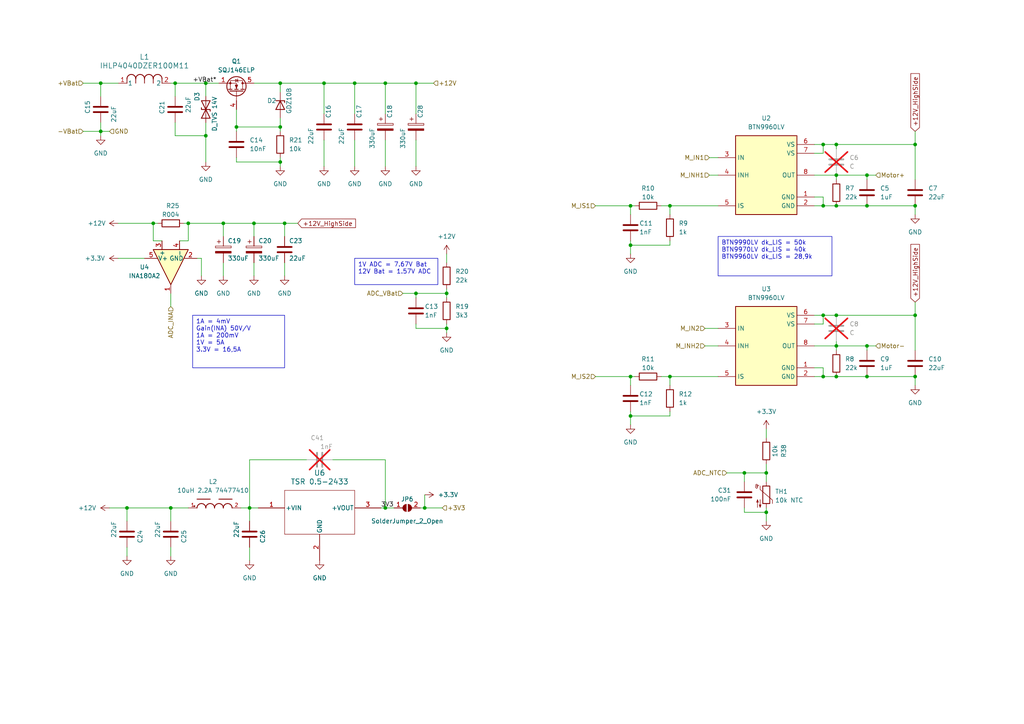
<source format=kicad_sch>
(kicad_sch (version 20230121) (generator eeschema)
  (paper "A4")
  (lib_symbols
    (symbol "Amplifier_Current:INA180A2" (pin_names (offset 0.127))
      (property "Reference" "U" (at 3.81 3.81 0))
      (property "Value" "INA180A2" (at 3.81 -2.54 0))
      (symbol "INA180A2_1_1"
        (pin output line (at 7.62 0 180) (length 2.54) (name "~") (number "1"))
        (pin power_in line (at -2.54 -7.62 90) (length 3.81) (name "GND") (number "2"))
        (pin input line (at -7.62 2.54 0) (length 2.54) (name "+") (number "3"))
        (pin input line (at -7.62 -2.54 0) (length 2.54) (name "-") (number "4"))
        (pin power_in line (at -2.54 7.62 270) (length 3.81) (name "V+") (number "5"))
      )
    )
    (symbol "BTN9960LV_1_1"
      (property "Reference" "U?" (at 0 0 0))
      (property "Value" "BTN9960LV" (at 0 -25.4 0))
      (symbol "BTN9960LV_1_1_1_0"
        (pin power_in line (at 22.86 -17.78 180) (length 5.08) (name "GND") (number "1"))
        (pin power_in line (at 22.86 -20.32 180) (length 5.08) (name "GND") (number "2"))
        (pin input line (at -5.08 -6.35 0) (length 5.08) (name "IN") (number "3"))
        (pin input line (at -5.08 -11.43 0) (length 5.08) (name "INH") (number "4"))
        (pin output line (at -5.08 -20.32 0) (length 5.08) (name "IS") (number "5"))
        (pin power_in line (at 22.86 -2.54 180) (length 5.08) (name "VS") (number "6"))
        (pin power_in line (at 22.86 -5.08 180) (length 5.08) (name "VS") (number "7"))
        (pin output line (at 22.86 -11.43 180) (length 5.08) (name "OUT") (number "8"))
      )
    )
    (symbol "BugWiper_Lib:BTN9960LV_1"
      (property "Reference" "U?" (at 0 0 0))
      (property "Value" "BTN9960LV" (at 0 -25.4 0))
      (symbol "BTN9960LV_1_1_0"
        (pin power_in line (at 22.86 -17.78 180) (length 5.08) (name "GND") (number "1"))
        (pin power_in line (at 22.86 -20.32 180) (length 5.08) (name "GND") (number "2"))
        (pin input line (at -5.08 -6.35 0) (length 5.08) (name "IN") (number "3"))
        (pin input line (at -5.08 -11.43 0) (length 5.08) (name "INH") (number "4"))
        (pin output line (at -5.08 -20.32 0) (length 5.08) (name "IS") (number "5"))
        (pin power_in line (at 22.86 -2.54 180) (length 5.08) (name "VS") (number "6"))
        (pin power_in line (at 22.86 -5.08 180) (length 5.08) (name "VS") (number "7"))
        (pin output line (at 22.86 -11.43 180) (length 5.08) (name "OUT") (number "8"))
      )
    )
    (symbol "BugWiper_Lib:IHLP4040DZER100M1A" (pin_names (offset 0.254))
      (property "Reference" "L" (at 6.985 5.08 0))
      (property "Value" "IHLP4040DZER100M1A" (at 6.985 -2.54 0))
      (symbol "IHLP4040DZER100M1A_1_1"
        (pin unspecified line (at 15.24 0 180) (length 2.54) (name "1") (number "1"))
        (pin unspecified line (at 0 0 0) (length 2.54) (name "2") (number "2"))
      )
      (symbol "IHLP4040DZER100M1A_1_2"
        (pin unspecified line (at 0 15.24 270) (length 2.54) (name "1") (number "1"))
        (pin unspecified line (at 0 0 90) (length 2.54) (name "2") (number "2"))
      )
    )
    (symbol "BugWiper_Lib:NMOS_SO-8" (pin_names (offset 0) hide)
      (property "Reference" "Q" (at 5.08 1.27 0))
      (property "Value" "NMOS_SO-8" (at 5.08 -1.27 0))
      (symbol "NMOS_SO-8_1_1"
        (pin passive line (at 2.54 -5.08 90) (length 2.54) (name "S") (number "1"))
        (pin passive line (at 2.54 -5.08 90) (length 2.54) hide (name "S") (number "2"))
        (pin passive line (at 2.54 -5.08 90) (length 2.54) hide (name "S") (number "3"))
        (pin input line (at -5.08 0 0) (length 2.54) (name "G") (number "4"))
        (pin passive line (at 2.54 5.08 270) (length 2.54) (name "D") (number "5"))
      )
    )
    (symbol "BugWiper_Lib:TSR_0.5-2433" (pin_names (offset 0.254))
      (property "Reference" "U" (at 20.32 10.16 0))
      (property "Value" "TSR 0.5-2433" (at 20.32 7.62 0))
      (symbol "TSR_0.5-2433_0_1"
        (pin power_in line (at 2.54 0 0) (length 7.62) (name "+VIN") (number "1"))
        (pin power_out line (at 20.32 -15.24 90) (length 7.62) (name "GND") (number "2"))
        (pin power_in line (at 38.1 0 180) (length 7.62) (name "+VOUT") (number "3"))
      )
    )
    (symbol "BugWiper_Lib:WE-PD2_5848" (pin_names (offset 1.016))
      (property "Reference" "L" (at 0 3.81 0))
      (property "Value" "WE-PD2_5848" (at 0 -2.54 0))
      (symbol "WE-PD2_5848_0_0"
        (pin passive line (at -7.62 0 0) (length 2.54) (name "~") (number "1"))
        (pin passive line (at 7.62 0 180) (length 2.54) (name "~") (number "2"))
      )
    )
    (symbol "Device:C" (pin_numbers hide) (pin_names (offset 0.254))
      (property "Reference" "C" (at 0.635 2.54 0))
      (property "Value" "C" (at 0.635 -2.54 0))
      (symbol "C_1_1"
        (pin passive line (at 0 3.81 270) (length 2.794) (name "~") (number "1"))
        (pin passive line (at 0 -3.81 90) (length 2.794) (name "~") (number "2"))
      )
    )
    (symbol "Device:C_Polarized" (pin_numbers hide) (pin_names (offset 0.254))
      (property "Reference" "C" (at 0.635 2.54 0))
      (property "Value" "C_Polarized" (at 0.635 -2.54 0))
      (symbol "C_Polarized_1_1"
        (pin passive line (at 0 3.81 270) (length 2.794) (name "~") (number "1"))
        (pin passive line (at 0 -3.81 90) (length 2.794) (name "~") (number "2"))
      )
    )
    (symbol "Device:D_TVS" (pin_numbers hide) (pin_names (offset 1.016) hide)
      (property "Reference" "D" (at 0 2.54 0))
      (property "Value" "D_TVS" (at 0 -2.54 0))
      (symbol "D_TVS_1_1"
        (pin passive line (at -3.81 0 0) (length 2.54) (name "A1") (number "1"))
        (pin passive line (at 3.81 0 180) (length 2.54) (name "A2") (number "2"))
      )
    )
    (symbol "Device:D_Zener" (pin_numbers hide) (pin_names (offset 1.016) hide)
      (property "Reference" "D" (at 0 2.54 0))
      (property "Value" "D_Zener" (at 0 -2.54 0))
      (symbol "D_Zener_1_1"
        (pin passive line (at -3.81 0 0) (length 2.54) (name "K") (number "1"))
        (pin passive line (at 3.81 0 180) (length 2.54) (name "A") (number "2"))
      )
    )
    (symbol "Device:R" (pin_numbers hide) (pin_names (offset 0))
      (property "Reference" "R" (at 2.032 0 90))
      (property "Value" "R" (at 0 0 90))
      (symbol "R_1_1"
        (pin passive line (at 0 3.81 270) (length 1.27) (name "~") (number "1"))
        (pin passive line (at 0 -3.81 90) (length 1.27) (name "~") (number "2"))
      )
    )
    (symbol "Device:Thermistor_NTC" (pin_numbers hide) (pin_names (offset 0))
      (property "Reference" "TH" (at -4.445 0 90))
      (property "Value" "Thermistor_NTC" (at 3.175 0 90))
      (symbol "Thermistor_NTC_1_1"
        (pin passive line (at 0 3.81 270) (length 1.27) (name "~") (number "1"))
        (pin passive line (at 0 -3.81 90) (length 1.27) (name "~") (number "2"))
      )
    )
    (symbol "Jumper:SolderJumper_2_Open" (pin_names (offset 0) hide)
      (property "Reference" "JP" (at 0 2.032 0))
      (property "Value" "SolderJumper_2_Open" (at 0 -2.54 0))
      (symbol "SolderJumper_2_Open_1_1"
        (pin passive line (at -3.81 0 0) (length 2.54) (name "A") (number "1"))
        (pin passive line (at 3.81 0 180) (length 2.54) (name "B") (number "2"))
      )
    )
    (symbol "power:+12V" (power) (pin_names (offset 0))
      (property "Value" "+12V" (at 0 3.556 0))
      (symbol "+12V_1_1"
        (pin power_in line (at 0 0 90) (length 0) hide (name "+12V") (number "1"))
      )
    )
    (symbol "power:+3.3V" (power) (pin_names (offset 0))
      (property "Value" "+3.3V" (at 0 3.556 0))
      (symbol "+3.3V_1_1"
        (pin power_in line (at 0 0 90) (length 0) hide (name "+3.3V") (number "1"))
      )
    )
    (symbol "power:GND" (power) (pin_names (offset 0))
      (property "Value" "GND" (at 0 -3.81 0))
      (symbol "GND_1_1"
        (pin power_in line (at 0 0 270) (length 0) hide (name "GND") (number "1"))
      )
    )
  )
  (junction (at 242.57 50.8))
  (junction (at 238.76 59.69))
  (junction (at 129.54 85.09))
  (junction (at 93.98 24.13))
  (junction (at 29.21 24.13))
  (junction (at 251.46 100.33))
  (junction (at 242.57 41.91))
  (junction (at 111.76 147.32))
  (junction (at 182.88 59.69))
  (junction (at 251.46 109.22))
  (junction (at 36.83 147.32))
  (junction (at 182.88 120.65))
  (junction (at 49.53 147.32))
  (junction (at 182.88 109.22))
  (junction (at 194.31 109.22))
  (junction (at 242.57 91.44))
  (junction (at 238.76 41.91))
  (junction (at 59.69 24.13))
  (junction (at 265.43 59.69))
  (junction (at 73.66 64.77))
  (junction (at 238.76 91.44))
  (junction (at 29.21 38.1))
  (junction (at 242.57 109.22))
  (junction (at 50.8 24.13))
  (junction (at 265.43 91.44))
  (junction (at 59.69 39.37))
  (junction (at 72.39 147.32))
  (junction (at 251.46 59.69))
  (junction (at 64.77 64.77))
  (junction (at 111.76 24.13))
  (junction (at 102.87 24.13))
  (junction (at 81.28 46.99))
  (junction (at 194.31 59.69))
  (junction (at 265.43 41.91))
  (junction (at 129.54 95.25))
  (junction (at 182.88 71.12))
  (junction (at 120.65 24.13))
  (junction (at 251.46 50.8))
  (junction (at 81.28 24.13))
  (junction (at 242.57 100.33))
  (junction (at 242.57 59.69))
  (junction (at 120.65 85.09))
  (junction (at 81.28 36.83))
  (junction (at 44.45 64.77))
  (junction (at 54.61 64.77))
  (junction (at 222.25 137.16))
  (junction (at 215.9 137.16))
  (junction (at 68.58 36.83))
  (junction (at 265.43 109.22))
  (junction (at 82.55 64.77))
  (junction (at 123.19 147.32))
  (junction (at 238.76 109.22))
  (junction (at 222.25 148.59))
  (wire (pts (xy 222.25 148.59) (xy 222.25 151.13)))
  (wire (pts (xy 73.66 64.77) (xy 82.55 64.77)))
  (wire (pts (xy 44.45 64.77) (xy 45.72 64.77)))
  (wire (pts (xy 210.82 137.16) (xy 215.9 137.16)))
  (wire (pts (xy 44.45 69.85) (xy 46.99 69.85)))
  (wire (pts (xy 194.31 59.69) (xy 208.28 59.69)))
  (wire (pts (xy 50.8 39.37) (xy 59.69 39.37)))
  (wire (pts (xy 123.19 147.32) (xy 128.27 147.32)))
  (wire (pts (xy 72.39 147.32) (xy 72.39 151.13)))
  (wire (pts (xy 194.31 109.22) (xy 208.28 109.22)))
  (wire (pts (xy 242.57 109.22) (xy 251.46 109.22)))
  (wire (pts (xy 236.22 106.68) (xy 238.76 106.68)))
  (wire (pts (xy 29.21 24.13) (xy 29.21 27.94)))
  (wire (pts (xy 68.58 46.99) (xy 81.28 46.99)))
  (wire (pts (xy 242.57 100.33) (xy 251.46 100.33)))
  (wire (pts (xy 68.58 31.75) (xy 68.58 36.83)))
  (wire (pts (xy 111.76 24.13) (xy 120.65 24.13)))
  (wire (pts (xy 236.22 57.15) (xy 238.76 57.15)))
  (wire (pts (xy 265.43 38.1) (xy 265.43 41.91)))
  (wire (pts (xy 34.29 64.77) (xy 44.45 64.77)))
  (wire (pts (xy 36.83 147.32) (xy 36.83 151.13)))
  (wire (pts (xy 82.55 76.2) (xy 82.55 80.01)))
  (wire (pts (xy 82.55 64.77) (xy 86.36 64.77)))
  (wire (pts (xy 29.21 38.1) (xy 29.21 39.37)))
  (wire (pts (xy 110.49 147.32) (xy 111.76 147.32)))
  (wire (pts (xy 81.28 34.29) (xy 81.28 36.83)))
  (wire (pts (xy 68.58 36.83) (xy 68.58 38.1)))
  (wire (pts (xy 215.9 137.16) (xy 215.9 139.7)))
  (wire (pts (xy 68.58 36.83) (xy 81.28 36.83)))
  (wire (pts (xy 194.31 71.12) (xy 182.88 71.12)))
  (wire (pts (xy 50.8 39.37) (xy 50.8 35.56)))
  (wire (pts (xy 120.65 24.13) (xy 120.65 33.02)))
  (wire (pts (xy 121.92 147.32) (xy 123.19 147.32)))
  (wire (pts (xy 73.66 68.58) (xy 73.66 64.77)))
  (wire (pts (xy 251.46 50.8) (xy 254 50.8)))
  (wire (pts (xy 24.13 38.1) (xy 29.21 38.1)))
  (wire (pts (xy 251.46 59.69) (xy 265.43 59.69)))
  (wire (pts (xy 59.69 24.13) (xy 59.69 27.94)))
  (wire (pts (xy 172.72 109.22) (xy 182.88 109.22)))
  (wire (pts (xy 59.69 39.37) (xy 59.69 46.99)))
  (wire (pts (xy 236.22 109.22) (xy 238.76 109.22)))
  (wire (pts (xy 251.46 109.22) (xy 265.43 109.22)))
  (wire (pts (xy 236.22 44.45) (xy 238.76 44.45)))
  (wire (pts (xy 54.61 64.77) (xy 64.77 64.77)))
  (wire (pts (xy 251.46 101.6) (xy 251.46 100.33)))
  (wire (pts (xy 102.87 40.64) (xy 102.87 48.26)))
  (wire (pts (xy 129.54 85.09) (xy 129.54 86.36)))
  (wire (pts (xy 68.58 46.99) (xy 68.58 45.72)))
  (wire (pts (xy 242.57 41.91) (xy 265.43 41.91)))
  (wire (pts (xy 129.54 95.25) (xy 129.54 96.52)))
  (wire (pts (xy 58.42 74.93) (xy 57.15 74.93)))
  (wire (pts (xy 191.77 109.22) (xy 194.31 109.22)))
  (wire (pts (xy 182.88 59.69) (xy 184.15 59.69)))
  (wire (pts (xy 242.57 43.18) (xy 242.57 41.91)))
  (wire (pts (xy 242.57 100.33) (xy 242.57 101.6)))
  (wire (pts (xy 182.88 69.85) (xy 182.88 71.12)))
  (wire (pts (xy 114.3 147.32) (xy 111.76 147.32)))
  (wire (pts (xy 215.9 148.59) (xy 215.9 147.32)))
  (wire (pts (xy 69.85 147.32) (xy 72.39 147.32)))
  (wire (pts (xy 236.22 59.69) (xy 238.76 59.69)))
  (wire (pts (xy 81.28 45.72) (xy 81.28 46.99)))
  (wire (pts (xy 222.25 134.62) (xy 222.25 137.16)))
  (wire (pts (xy 251.46 50.8) (xy 251.46 52.07)))
  (wire (pts (xy 182.88 62.23) (xy 182.88 59.69)))
  (wire (pts (xy 242.57 91.44) (xy 238.76 91.44)))
  (wire (pts (xy 205.74 45.72) (xy 208.28 45.72)))
  (wire (pts (xy 59.69 35.56) (xy 59.69 39.37)))
  (wire (pts (xy 64.77 68.58) (xy 64.77 64.77)))
  (wire (pts (xy 81.28 36.83) (xy 81.28 38.1)))
  (wire (pts (xy 194.31 120.65) (xy 182.88 120.65)))
  (wire (pts (xy 205.74 50.8) (xy 208.28 50.8)))
  (wire (pts (xy 81.28 24.13) (xy 93.98 24.13)))
  (wire (pts (xy 82.55 64.77) (xy 82.55 68.58)))
  (wire (pts (xy 222.25 148.59) (xy 222.25 147.32)))
  (wire (pts (xy 111.76 33.02) (xy 111.76 24.13)))
  (wire (pts (xy 125.73 24.13) (xy 120.65 24.13)))
  (wire (pts (xy 242.57 99.06) (xy 242.57 100.33)))
  (wire (pts (xy 72.39 158.75) (xy 72.39 162.56)))
  (wire (pts (xy 53.34 64.77) (xy 54.61 64.77)))
  (wire (pts (xy 238.76 91.44) (xy 236.22 91.44)))
  (wire (pts (xy 215.9 137.16) (xy 222.25 137.16)))
  (wire (pts (xy 215.9 148.59) (xy 222.25 148.59)))
  (wire (pts (xy 129.54 85.09) (xy 120.65 85.09)))
  (wire (pts (xy 49.53 85.09) (xy 49.53 88.9)))
  (wire (pts (xy 251.46 100.33) (xy 254 100.33)))
  (wire (pts (xy 182.88 111.76) (xy 182.88 109.22)))
  (wire (pts (xy 102.87 24.13) (xy 102.87 33.02)))
  (wire (pts (xy 238.76 93.98) (xy 238.76 91.44)))
  (wire (pts (xy 111.76 133.35) (xy 111.76 147.32)))
  (wire (pts (xy 265.43 101.6) (xy 265.43 91.44)))
  (wire (pts (xy 93.98 40.64) (xy 93.98 48.26)))
  (wire (pts (xy 265.43 41.91) (xy 265.43 52.07)))
  (wire (pts (xy 54.61 147.32) (xy 49.53 147.32)))
  (wire (pts (xy 204.47 95.25) (xy 208.28 95.25)))
  (wire (pts (xy 182.88 109.22) (xy 184.15 109.22)))
  (wire (pts (xy 265.43 109.22) (xy 265.43 111.76)))
  (wire (pts (xy 222.25 124.46) (xy 222.25 127)))
  (wire (pts (xy 73.66 76.2) (xy 73.66 80.01)))
  (wire (pts (xy 204.47 100.33) (xy 208.28 100.33)))
  (wire (pts (xy 236.22 100.33) (xy 242.57 100.33)))
  (wire (pts (xy 72.39 133.35) (xy 72.39 147.32)))
  (wire (pts (xy 222.25 137.16) (xy 222.25 139.7)))
  (wire (pts (xy 191.77 59.69) (xy 194.31 59.69)))
  (wire (pts (xy 50.8 24.13) (xy 49.53 24.13)))
  (wire (pts (xy 129.54 73.66) (xy 129.54 76.2)))
  (wire (pts (xy 81.28 26.67) (xy 81.28 24.13)))
  (wire (pts (xy 36.83 147.32) (xy 49.53 147.32)))
  (wire (pts (xy 34.29 74.93) (xy 41.91 74.93)))
  (wire (pts (xy 29.21 24.13) (xy 34.29 24.13)))
  (wire (pts (xy 36.83 158.75) (xy 36.83 161.29)))
  (wire (pts (xy 194.31 111.76) (xy 194.31 109.22)))
  (wire (pts (xy 238.76 106.68) (xy 238.76 109.22)))
  (wire (pts (xy 49.53 147.32) (xy 49.53 151.13)))
  (wire (pts (xy 59.69 24.13) (xy 63.5 24.13)))
  (wire (pts (xy 24.13 24.13) (xy 29.21 24.13)))
  (wire (pts (xy 50.8 24.13) (xy 59.69 24.13)))
  (wire (pts (xy 182.88 119.38) (xy 182.88 120.65)))
  (wire (pts (xy 129.54 93.98) (xy 129.54 95.25)))
  (wire (pts (xy 242.57 41.91) (xy 238.76 41.91)))
  (wire (pts (xy 88.9 133.35) (xy 72.39 133.35)))
  (wire (pts (xy 52.07 69.85) (xy 54.61 69.85)))
  (wire (pts (xy 182.88 71.12) (xy 182.88 73.66)))
  (wire (pts (xy 265.43 59.69) (xy 265.43 62.23)))
  (wire (pts (xy 93.98 24.13) (xy 93.98 33.02)))
  (wire (pts (xy 64.77 64.77) (xy 73.66 64.77)))
  (wire (pts (xy 73.66 24.13) (xy 81.28 24.13)))
  (wire (pts (xy 129.54 83.82) (xy 129.54 85.09)))
  (wire (pts (xy 236.22 50.8) (xy 242.57 50.8)))
  (wire (pts (xy 242.57 50.8) (xy 242.57 52.07)))
  (wire (pts (xy 194.31 119.38) (xy 194.31 120.65)))
  (wire (pts (xy 49.53 158.75) (xy 49.53 161.29)))
  (wire (pts (xy 120.65 93.98) (xy 120.65 95.25)))
  (wire (pts (xy 242.57 91.44) (xy 265.43 91.44)))
  (wire (pts (xy 242.57 50.8) (xy 251.46 50.8)))
  (wire (pts (xy 29.21 35.56) (xy 29.21 38.1)))
  (wire (pts (xy 120.65 95.25) (xy 129.54 95.25)))
  (wire (pts (xy 238.76 41.91) (xy 236.22 41.91)))
  (wire (pts (xy 81.28 48.26) (xy 81.28 46.99)))
  (wire (pts (xy 182.88 120.65) (xy 182.88 123.19)))
  (wire (pts (xy 58.42 80.01) (xy 58.42 74.93)))
  (wire (pts (xy 238.76 109.22) (xy 242.57 109.22)))
  (wire (pts (xy 31.75 147.32) (xy 36.83 147.32)))
  (wire (pts (xy 265.43 87.63) (xy 265.43 91.44)))
  (wire (pts (xy 238.76 57.15) (xy 238.76 59.69)))
  (wire (pts (xy 194.31 62.23) (xy 194.31 59.69)))
  (wire (pts (xy 123.19 143.51) (xy 123.19 147.32)))
  (wire (pts (xy 242.57 59.69) (xy 251.46 59.69)))
  (wire (pts (xy 194.31 69.85) (xy 194.31 71.12)))
  (wire (pts (xy 238.76 59.69) (xy 242.57 59.69)))
  (wire (pts (xy 238.76 41.91) (xy 238.76 44.45)))
  (wire (pts (xy 44.45 69.85) (xy 44.45 64.77)))
  (wire (pts (xy 72.39 147.32) (xy 74.93 147.32)))
  (wire (pts (xy 102.87 24.13) (xy 111.76 24.13)))
  (wire (pts (xy 50.8 24.13) (xy 50.8 27.94)))
  (wire (pts (xy 111.76 40.64) (xy 111.76 48.26)))
  (wire (pts (xy 54.61 69.85) (xy 54.61 64.77)))
  (wire (pts (xy 116.84 85.09) (xy 120.65 85.09)))
  (wire (pts (xy 29.21 38.1) (xy 31.75 38.1)))
  (wire (pts (xy 93.98 24.13) (xy 102.87 24.13)))
  (wire (pts (xy 64.77 76.2) (xy 64.77 80.01)))
  (wire (pts (xy 172.72 59.69) (xy 182.88 59.69)))
  (wire (pts (xy 120.65 40.64) (xy 120.65 48.26)))
  (wire (pts (xy 96.52 133.35) (xy 111.76 133.35)))
  (wire (pts (xy 120.65 85.09) (xy 120.65 86.36)))
  (wire (pts (xy 236.22 93.98) (xy 238.76 93.98)))
  (text_box "1A = 4mV\nGain(INA) 50V/V\n1A = 200mV\n1V = 5A\n3.3V = 16,5A" (at 55.88 91.44 0) (size 26.67 15.24) (effects (font (size 1.27 1.27)) (justify left top)))
  (text_box "1V ADC = 7.67V Bat\n12V Bat = 1.57V ADC\n" (at 102.87 74.93 0) (size 24.13 7.62) (effects (font (size 1.27 1.27)) (justify left top)))
  (text_box "BTN9990LV dk_LIS = 50k\nBTN9970LV dk_LIS = 40k\nBTN9960LV dk_LIS = 28,9k" (at 208.28 68.58 0) (size 33.02 11.43) (effects (font (size 1.27 1.27)) (justify left top)))
  (label "3V3" (at 110.49 147.32 0))
  (label "+VBat*" (at 55.88 24.13 0))
  (global_label "+12V_HighSide" (shape input) (at 265.43 87.63 90) (property "Intersheetrefs" "${INTERSHEET_REFS}" (effects hide)))
  (global_label "+12V_HighSide" (shape input) (at 86.36 64.77 0) (property "Intersheetrefs" "${INTERSHEET_REFS}" (effects hide)))
  (global_label "+12V_HighSide" (shape input) (at 265.43 38.1 90) (property "Intersheetrefs" "${INTERSHEET_REFS}" (effects hide)))
  (hierarchical_label "M_INH2" (shape input) (at 204.47 100.33 180))
  (hierarchical_label "ADC_INA" (shape input) (at 49.53 88.9 270))
  (hierarchical_label "ADC_NTC" (shape input) (at 210.82 137.16 180))
  (hierarchical_label "ADC_VBat" (shape input) (at 116.84 85.09 180))
  (hierarchical_label "M_INH1" (shape input) (at 205.74 50.8 180))
  (hierarchical_label "GND" (shape input) (at 31.75 38.1 0))
  (hierarchical_label "M_IS1" (shape input) (at 172.72 59.69 180))
  (hierarchical_label "M_IN1" (shape input) (at 205.74 45.72 180))
  (hierarchical_label "+12V" (shape input) (at 125.73 24.13 0))
  (hierarchical_label "Motor+" (shape input) (at 254 50.8 0))
  (hierarchical_label "Motor-" (shape input) (at 254 100.33 0))
  (hierarchical_label "+VBat" (shape input) (at 24.13 24.13 180))
  (hierarchical_label "+3V3" (shape input) (at 128.27 147.32 0))
  (hierarchical_label "M_IN2" (shape input) (at 204.47 95.25 180))
  (hierarchical_label "M_IS2" (shape input) (at 172.72 109.22 180))
  (hierarchical_label "-VBat" (shape input) (at 24.13 38.1 180))
  (symbol (lib_id "Device:R") (at 187.96 59.69 90) (unit 1)
    (property "Reference" "R10" (at 187.96 54.61 90))
    (property "Value" "10k" (at 187.96 57.15 90))
    (property "Footprint" "BugWiper_lib:R_0603_1608Metric" (effects hide))
    (property "Description" "SMD 10 kOhms 100-200mW 0603 1%" (effects hide))
    (property "Manufacturer_Name" "YAGEO" (effects hide))
    (property "Manufacturer_Part_Number" "RC0603FR-1010KL" (effects hide))
    (property "Mouser Part Number" "603-RC0603FR-1010KL" (effects hide))
    (property "Mouser Price/Stock" "0,008 €" (effects hide))
  )
  (symbol (lib_id "Device:Thermistor_NTC") (at 222.25 143.51 0) (unit 1)
    (property "Reference" "TH1" (at 224.79 142.5575 0) (effects (justify left)))
    (property "Value" "10k NTC" (at 224.79 145.0975 0) (effects (justify left)))
    (property "Footprint" "BugWiper_lib:R_0603_1608Metric" (effects hide))
    (property "Description" "NTC (Negative Temperature Coefficient) Thermistors 10K OHM 3% 0603" (effects hide))
    (property "Manufacturer_Name" "Murata" (effects hide))
    (property "Manufacturer_Part_Number" "NCU18XH103E60RB " (effects hide))
    (property "Mouser Part Number" "81-NCU18XH103E60RB " (effects hide))
    (property "Mouser Price/Stock" "0,095 €" (effects hide))
  )
  (symbol (lib_id "Device:R") (at 129.54 80.01 0) (unit 1)
    (property "Reference" "R20" (at 132.08 78.74 0) (effects (justify left)))
    (property "Value" "22k" (at 132.08 81.28 0) (effects (justify left)))
    (property "Footprint" "BugWiper_lib:R_0603_1608Metric" (effects hide))
    (property "Description" "SMD 22 k Ohms 100mW 0603 1% AEC-Q200" (effects hide))
    (property "Manufacturer_Name" "YAGEO" (effects hide))
    (property "Manufacturer_Part_Number" "AC0603FR-1022KL" (effects hide))
    (property "Mouser Part Number" "603-AC0603FR-1022KL" (effects hide))
    (property "Mouser Price/Stock" "0,01 €" (effects hide))
  )
  (symbol (lib_id "Device:C") (at 93.98 36.83 0) (unit 1)
    (property "Reference" "C16" (at 95.25 34.29 90) (effects (justify left)))
    (property "Value" "22uF" (at 90.17 41.91 90) (effects (justify left)))
    (property "Footprint" "BugWiper_lib:C_1210_3225Metric" (effects hide))
    (property "Description" "22uF 25V X5R 1206" (effects hide))
    (property "Manufacturer_Name" "Samsung" (effects hide))
    (property "Manufacturer_Part_Number" "CL31A226KAHNNNE" (effects hide))
    (property "Mouser Part Number" "187-CL31A226KAHNNNE" (effects hide))
    (property "Mouser Price/Stock" "0,20€" (effects hide))
  )
  (symbol (lib_id "Device:C") (at 49.53 154.94 180) (unit 1)
    (property "Reference" "C25" (at 53.34 153.67 90) (effects (justify left)))
    (property "Value" "22uF" (at 45.72 151.13 90) (effects (justify left)))
    (property "Footprint" "BugWiper_lib:C_1206_3216Metric" (effects hide))
    (property "Description" "22uF 25V X5R 1206" (effects hide))
    (property "Manufacturer_Name" "Samsung" (effects hide))
    (property "Manufacturer_Part_Number" "CL31A226KAHNNNE" (effects hide))
    (property "Mouser Part Number" "187-CL31A226KAHNNNE" (effects hide))
    (property "Mouser Price/Stock" "0,20€" (effects hide))
  )
  (symbol (lib_id "Device:C") (at 182.88 66.04 0) (unit 1)
    (property "Reference" "C11" (at 185.42 64.77 0) (effects (justify left)))
    (property "Value" "1nF" (at 185.42 67.31 0) (effects (justify left)))
    (property "Footprint" "BugWiper_lib:C_0603_1608Metric" (effects hide))
    (property "Description" " 1nF 50V X7R 0603" (effects hide))
    (property "Manufacturer_Name" "KYOCERA AVX" (effects hide))
    (property "Manufacturer_Part_Number" "KAM15AR71H102KM" (effects hide))
    (property "Mouser Part Number" "581-KAM15AR71H102KM" (effects hide))
    (property "Mouser Price/Stock" "0,036€" (effects hide))
  )
  (symbol (lib_id "Device:C") (at 72.39 154.94 180) (unit 1)
    (property "Reference" "C26" (at 76.2 153.67 90) (effects (justify left)))
    (property "Value" "22uF" (at 68.58 151.13 90) (effects (justify left)))
    (property "Footprint" "BugWiper_lib:C_1206_3216Metric" (effects hide))
    (property "Description" "22uF 25V X5R 1206" (effects hide))
    (property "Manufacturer_Name" "Samsung" (effects hide))
    (property "Manufacturer_Part_Number" "CL31A226KAHNNNE" (effects hide))
    (property "Mouser Part Number" "187-CL31A226KAHNNNE" (effects hide))
    (property "Mouser Price/Stock" "0,20€" (effects hide))
  )
  (symbol (lib_id "power:GND") (at 64.77 80.01 0) (unit 1)
    (property "Reference" "#PWR029" (effects hide))
    (property "Value" "GND" (at 64.77 85.09 0))
  )
  (symbol (lib_id "power:GND") (at 92.71 162.56 0) (unit 1)
    (property "Reference" "#PWR035" (effects hide))
    (property "Value" "GND" (at 92.71 167.64 0))
  )
  (symbol (lib_id "power:GND") (at 129.54 96.52 0) (unit 1)
    (property "Reference" "#PWR021" (effects hide))
    (property "Value" "GND" (at 129.54 101.6 0))
  )
  (symbol (lib_id "power:GND") (at 102.87 48.26 0) (unit 1)
    (property "Reference" "#PWR027" (effects hide))
    (property "Value" "GND" (at 102.87 53.34 0))
  )
  (symbol (lib_id "Device:R") (at 187.96 109.22 90) (unit 1)
    (property "Reference" "R11" (at 187.96 104.14 90))
    (property "Value" "10k" (at 187.96 106.68 90))
    (property "Footprint" "BugWiper_lib:R_0603_1608Metric" (effects hide))
    (property "Description" "SMD 10 kOhms 100-200mW 0603 1%" (effects hide))
    (property "Manufacturer_Name" "YAGEO" (effects hide))
    (property "Manufacturer_Part_Number" "RC0603FR-1010KL" (effects hide))
    (property "Mouser Part Number" "603-RC0603FR-1010KL" (effects hide))
    (property "Mouser Price/Stock" "0,008 €" (effects hide))
  )
  (symbol (lib_id "power:+3.3V") (at 34.29 74.93 90) (unit 1)
    (property "Reference" "#PWR041" (effects hide))
    (property "Value" "+3.3V" (at 30.48 74.93 90) (effects (justify left)))
  )
  (symbol (lib_id "power:GND") (at 81.28 48.26 0) (unit 1)
    (property "Reference" "#PWR023" (effects hide))
    (property "Value" "GND" (at 81.28 53.34 0))
  )
  (symbol (lib_id "power:GND") (at 58.42 80.01 0) (mirror y) (unit 1)
    (property "Reference" "#PWR016" (effects hide))
    (property "Value" "GND" (at 58.42 85.09 0))
  )
  (symbol (lib_id "Device:R") (at 49.53 64.77 90) (unit 1)
    (property "Reference" "R25" (at 52.07 59.69 90) (effects (justify left)))
    (property "Value" "R004" (at 52.07 62.23 90) (effects (justify left)))
    (property "Footprint" "BugWiper_lib:R_1210_3225Metric" (effects hide))
    (property "Description" "SMD 1206 4mOhms 1% Low Thermal  1W" (effects hide))
    (property "Manufacturer_Name" "Welwyn Components / TT Electronics " (effects hide))
    (property "Manufacturer_Part_Number" "LRMAM1206-R004FT5 " (effects hide))
    (property "Mouser Part Number" "756-LRMAM1206R004FT5 " (effects hide))
    (property "Mouser Price/Stock" "0,57 €" (effects hide))
  )
  (symbol (lib_id "Device:C") (at 120.65 90.17 0) (unit 1)
    (property "Reference" "C13" (at 123.19 88.9 0) (effects (justify left)))
    (property "Value" "1nF" (at 123.19 91.44 0) (effects (justify left)))
    (property "Footprint" "BugWiper_lib:C_0603_1608Metric" (effects hide))
    (property "Description" " 1nF 50V X7R 0603" (effects hide))
    (property "Manufacturer_Name" "KYOCERA AVX" (effects hide))
    (property "Manufacturer_Part_Number" "KAM15AR71H102KM" (effects hide))
    (property "Mouser Part Number" "581-KAM15AR71H102KM" (effects hide))
    (property "Mouser Price/Stock" "0,036€" (effects hide))
  )
  (symbol (lib_id "Amplifier_Current:INA180A2") (at 49.53 77.47 90) (mirror x) (unit 1)
    (property "Reference" "U4" (at 41.91 77.47 90))
    (property "Value" "INA180A2" (at 41.91 80.01 90))
    (property "Footprint" "BugWiper_lib:SOT-23-5" (effects hide))
    (property "Datasheet" "http://www.ti.com/lit/ds/symlink/ina180.pdf" (effects hide))
    (property "Description" "26V, 50 V/V ,350kHz current sense amplifier, Pinout A" (effects hide))
    (property "Manufacturer_Name" "texasinstruments" (effects hide))
    (property "Manufacturer_Part_Number" "INA180A2IDBVT" (effects hide))
    (property "Mouser Part Number" "595-INA180A2IDBVT" (effects hide))
    (property "Mouser Price/Stock" "0,855€" (effects hide))
    (property "JLCPCB Part #" "C116203 " (effects hide))
    (property "JLCPCB Price" " 0.2074" (effects hide))
  )
  (symbol (lib_id "BugWiper_Lib:BTN9960LV_1") (at 213.36 88.9 0) (unit 1)
    (property "Reference" "U3" (at 222.25 83.82 0))
    (property "Value" "BTN9960LV" (at 222.25 86.36 0))
    (property "Footprint" "BugWiper_lib:IFX-PG-HSOF-7-1-V" (effects hide))
    (property "Datasheet" "https://www.infineon.com/dgdl/Infineon-BTN9960LV-DataSheet-v01_00-EN.pdf" (effects hide))
    (property "Description" " half bridge 35A and integrated driver IC " (effects hide))
    (property "Manufacturer_Name" "infineon" (effects hide))
    (property "Manufacturer_Part_Number" "BTN9960LVAUMA1" (effects hide))
    (property "Mouser Part Number" "726-BTN9960LVAUMA1" (effects hide))
    (property "Mouser Price/Stock" "2,40 € " (effects hide))
  )
  (symbol (lib_id "Device:R") (at 222.25 130.81 0) (unit 1)
    (property "Reference" "R38" (at 227.33 130.81 90))
    (property "Value" "10k" (at 224.79 130.81 90))
    (property "Footprint" "BugWiper_lib:R_0603_1608Metric" (effects hide))
    (property "Description" "SMD 10 kOhms 100-200mW 0603 1%" (effects hide))
    (property "Manufacturer_Name" "YAGEO" (effects hide))
    (property "Manufacturer_Part_Number" "RC0603FR-1010KL" (effects hide))
    (property "Mouser Part Number" "603-RC0603FR-1010KL" (effects hide))
    (property "Mouser Price/Stock" "0,008 €" (effects hide))
  )
  (symbol (lib_id "power:GND") (at 59.69 46.99 0) (unit 1)
    (property "Reference" "#PWR024" (effects hide))
    (property "Value" "GND" (at 59.69 52.07 0))
  )
  (symbol (lib_id "Device:D_Zener") (at 81.28 30.48 270) (unit 1)
    (property "Reference" "D2" (at 77.47 29.21 90) (effects (justify left)))
    (property "Value" "GDZ10B" (at 83.82 25.4 0) (effects (justify left)))
    (property "Footprint" "BugWiper_lib:D_SOD-323_HandSoldering" (effects hide))
    (property "Description" "10V 0,2W " (effects hide))
    (property "Manufacturer_Name" "Vishay" (effects hide))
    (property "Manufacturer_Part_Number" "GDZ10B-E3-08" (effects hide))
    (property "Mouser Part Number" "78-GDZ10B-E3-08" (effects hide))
    (property "Mouser Price/Stock" "0,143 €" (effects hide))
  )
  (symbol (lib_id "Device:R") (at 81.28 41.91 0) (unit 1)
    (property "Reference" "R21" (at 83.82 40.64 0) (effects (justify left)))
    (property "Value" "10k" (at 83.82 43.18 0) (effects (justify left)))
    (property "Footprint" "BugWiper_lib:R_0603_1608Metric" (effects hide))
    (property "Description" "SMD 10 kOhms 100-200mW 0603 1%" (effects hide))
    (property "Manufacturer_Name" "YAGEO" (effects hide))
    (property "Manufacturer_Part_Number" "RC0603FR-1010KL" (effects hide))
    (property "Mouser Part Number" "603-RC0603FR-1010KL" (effects hide))
    (property "Mouser Price/Stock" "0,008 €" (effects hide))
  )
  (symbol (lib_id "Device:R") (at 129.54 90.17 0) (unit 1)
    (property "Reference" "R19" (at 132.08 88.9 0) (effects (justify left)))
    (property "Value" "3k3" (at 132.08 91.44 0) (effects (justify left)))
    (property "Footprint" "BugWiper_lib:R_0603_1608Metric" (effects hide))
    (property "Description" "SMD 3.3KOHM 1/10WATT 0603 1%" (effects hide))
    (property "Manufacturer_Name" "Bourns" (effects hide))
    (property "Manufacturer_Part_Number" "CR0603-FX-3301ELF" (effects hide))
    (property "Mouser Part Number" " 652-CR0603-FX3301ELF " (effects hide))
    (property "Mouser Price/Stock" "0,009 €" (effects hide))
  )
  (symbol (lib_id "Device:C") (at 36.83 154.94 180) (unit 1)
    (property "Reference" "C24" (at 40.64 153.67 90) (effects (justify left)))
    (property "Value" "22uF" (at 33.02 151.13 90) (effects (justify left)))
    (property "Footprint" "BugWiper_lib:C_1206_3216Metric" (effects hide))
    (property "Description" "22uF 25V X5R 1206" (effects hide))
    (property "Manufacturer_Name" "Samsung" (effects hide))
    (property "Manufacturer_Part_Number" "CL31A226KAHNNNE" (effects hide))
    (property "Mouser Part Number" "187-CL31A226KAHNNNE" (effects hide))
    (property "Mouser Price/Stock" "0,20€" (effects hide))
  )
  (symbol (lib_id "power:+3.3V") (at 123.19 143.51 270) (unit 1)
    (property "Reference" "#PWR039" (effects hide))
    (property "Value" "+3.3V" (at 127 143.51 90) (effects (justify left)))
  )
  (symbol (lib_id "power:GND") (at 82.55 80.01 0) (unit 1)
    (property "Reference" "#PWR032" (effects hide))
    (property "Value" "GND" (at 82.55 85.09 0))
  )
  (symbol (lib_id "power:GND") (at 182.88 73.66 0) (unit 1)
    (property "Reference" "#PWR018" (effects hide))
    (property "Value" "GND" (at 182.88 78.74 0))
  )
  (symbol (lib_id "Jumper:SolderJumper_2_Open") (at 118.11 147.32 0) (unit 1) (in_bom no)
    (property "Reference" "JP6" (at 118.11 144.78 0))
    (property "Value" "SolderJumper_2_Open" (at 118.11 151.13 0))
    (property "Footprint" "Jumper:SolderJumper-2_P1.3mm_Open_TrianglePad1.0x1.5mm" (effects hide))
  )
  (symbol (lib_id "Device:C") (at 50.8 31.75 180) (unit 1)
    (property "Reference" "C21" (at 46.99 29.21 90) (effects (justify left)))
    (property "Value" "22uF" (at 54.61 27.94 90) (effects (justify left)))
    (property "Footprint" "BugWiper_lib:C_1210_3225Metric" (effects hide))
    (property "Description" "22uF 25V X5R 1206" (effects hide))
    (property "Manufacturer_Name" "Samsung" (effects hide))
    (property "Manufacturer_Part_Number" "CL31A226KAHNNNE" (effects hide))
    (property "Mouser Part Number" "187-CL31A226KAHNNNE" (effects hide))
    (property "Mouser Price/Stock" "0,20€" (effects hide))
  )
  (symbol (lib_id "Device:R") (at 242.57 55.88 0) (unit 1)
    (property "Reference" "R7" (at 245.11 54.61 0) (effects (justify left)))
    (property "Value" "22k" (at 245.11 57.15 0) (effects (justify left)))
    (property "Footprint" "BugWiper_lib:R_0603_1608Metric" (effects hide))
    (property "Manufacturer_Name" "YAGEO" (effects hide))
    (property "Manufacturer_Part_Number" "AC0603FR-1022KL" (effects hide))
    (property "Mouser Part Number" "603-AC0603FR-1022KL" (effects hide))
    (property "Mouser Price/Stock" "0,01 €" (effects hide))
  )
  (symbol (lib_id "Device:C_Polarized") (at 64.77 72.39 0) (unit 1)
    (property "Reference" "C19" (at 66.04 69.85 0) (effects (justify left)))
    (property "Value" "330uF" (at 66.04 74.93 0) (effects (justify left)))
    (property "Footprint" "BugWiper_lib:CP_Elec_8x10.5" (effects hide))
    (property "Description" "SMD 25volts 330uF" (effects hide))
    (property "Manufacturer_Name" "Nichicon" (effects hide))
    (property "Manufacturer_Part_Number" "UWT1E331MNL1GS" (effects hide))
    (property "Mouser Part Number" "647-UWT1E331MNL1S" (effects hide))
    (property "Mouser Price/Stock" "0,256€" (effects hide))
  )
  (symbol (lib_id "Device:C") (at 251.46 55.88 0) (unit 1)
    (property "Reference" "C5" (at 255.27 54.61 0) (effects (justify left)))
    (property "Value" "1uF" (at 255.27 57.15 0) (effects (justify left)))
    (property "Footprint" "BugWiper_lib:C_0805_2012Metric" (effects hide))
    (property "Description" "1uF 50V X7R 0805" (effects hide))
    (property "Manufacturer_Name" "Samsung" (effects hide))
    (property "Manufacturer_Part_Number" "CL21B105MBFNNNE" (effects hide))
    (property "Mouser Part Number" "187-CL21B105MBFNNNE" (effects hide))
    (property "Mouser Price/Stock" "0,026€" (effects hide))
  )
  (symbol (lib_id "Device:D_TVS") (at 59.69 31.75 90) (unit 1)
    (property "Reference" "D3" (at 57.15 26.67 0) (effects (justify right)))
    (property "Value" "D_TVS 14V" (at 62.23 27.94 0) (effects (justify right)))
    (property "Footprint" "BugWiper_lib:D_SMB" (effects hide))
    (property "Manufacturer_Name" "Diodes Incorporated" (effects hide))
    (property "Manufacturer_Part_Number" "SMBJ14CA-13-F" (effects hide))
    (property "Mouser Part Number" "621-SMBJ14CA-13-F" (effects hide))
    (property "Mouser Price/Stock" "0,219 €" (effects hide))
  )
  (symbol (lib_id "power:+12V") (at 129.54 73.66 0) (unit 1)
    (property "Reference" "#PWR020" (effects hide))
    (property "Value" "+12V" (at 129.54 68.58 0))
  )
  (symbol (lib_id "Device:R") (at 242.57 105.41 0) (unit 1)
    (property "Reference" "R8" (at 245.11 104.14 0) (effects (justify left)))
    (property "Value" "22k" (at 245.11 106.68 0) (effects (justify left)))
    (property "Footprint" "BugWiper_lib:R_0603_1608Metric" (effects hide))
    (property "Manufacturer_Name" "YAGEO" (effects hide))
    (property "Manufacturer_Part_Number" "AC0603FR-1022KL" (effects hide))
    (property "Mouser Part Number" "603-AC0603FR-1022KL" (effects hide))
    (property "Mouser Price/Stock" "0,01 €" (effects hide))
  )
  (symbol (lib_id "power:GND") (at 120.65 48.26 0) (unit 1)
    (property "Reference" "#PWR042" (effects hide))
    (property "Value" "GND" (at 120.65 53.34 0))
  )
  (symbol (lib_id "power:+3.3V") (at 222.25 124.46 0) (unit 1)
    (property "Reference" "#PWR061" (effects hide))
    (property "Value" "+3.3V" (at 222.25 119.38 0))
  )
  (symbol (lib_id "power:+12V") (at 34.29 64.77 90) (mirror x) (unit 1)
    (property "Reference" "#PWR015" (effects hide))
    (property "Value" "+12V" (at 25.4 64.77 90) (effects (justify right)))
  )
  (symbol (lib_id "Device:C") (at 265.43 105.41 0) (unit 1)
    (property "Reference" "C10" (at 269.24 104.14 0) (effects (justify left)))
    (property "Value" "22uF" (at 269.24 106.68 0) (effects (justify left)))
    (property "Footprint" "BugWiper_lib:C_1206_3216Metric" (effects hide))
    (property "Description" "22uF 25V X5R 1206" (effects hide))
    (property "Manufacturer_Name" "Samsung" (effects hide))
    (property "Manufacturer_Part_Number" "CL31A226KAHNNNE" (effects hide))
    (property "Mouser Part Number" "187-CL31A226KAHNNNE" (effects hide))
    (property "Mouser Price/Stock" "0,20€" (effects hide))
  )
  (symbol (lib_id "power:GND") (at 265.43 62.23 0) (unit 1)
    (property "Reference" "#PWR04" (effects hide))
    (property "Value" "GND" (at 265.43 67.31 0))
  )
  (symbol (lib_id "Device:C_Polarized") (at 111.76 36.83 0) (unit 1)
    (property "Reference" "C18" (at 113.03 34.29 90) (effects (justify left)))
    (property "Value" "330uF" (at 107.95 43.18 90) (effects (justify left)))
    (property "Footprint" "BugWiper_lib:CP_Elec_8x10.5" (effects hide))
    (property "Description" "SMD 25volts 330uF" (effects hide))
    (property "Manufacturer_Name" "Nichicon" (effects hide))
    (property "Manufacturer_Part_Number" "UWT1E331MNL1GS" (effects hide))
    (property "Mouser Part Number" "647-UWT1E331MNL1S" (effects hide))
    (property "Mouser Price/Stock" "0,256€" (effects hide))
  )
  (symbol (lib_id "Device:C") (at 29.21 31.75 0) (unit 1)
    (property "Reference" "C15" (at 25.4 33.02 90) (effects (justify left)))
    (property "Value" "22uF" (at 33.02 35.56 90) (effects (justify left)))
    (property "Footprint" "BugWiper_lib:C_1210_3225Metric" (effects hide))
    (property "Description" "22uF 25V X5R 1206" (effects hide))
    (property "Manufacturer_Name" "Samsung" (effects hide))
    (property "Manufacturer_Part_Number" "CL31A226KAHNNNE" (effects hide))
    (property "Mouser Part Number" "187-CL31A226KAHNNNE" (effects hide))
    (property "Mouser Price/Stock" "0,20€" (effects hide))
  )
  (symbol (lib_id "Device:R") (at 194.31 115.57 0) (unit 1)
    (property "Reference" "R12" (at 196.85 114.3 0) (effects (justify left)))
    (property "Value" "1k" (at 196.85 116.84 0) (effects (justify left)))
    (property "Footprint" "BugWiper_lib:R_0603_1608Metric" (effects hide))
    (property "Description" "SMD 1 kOhms 100mW 0603 1%" (effects hide))
    (property "Manufacturer_Name" "YAGEO" (effects hide))
    (property "Manufacturer_Part_Number" "RC0603FR-071KL" (effects hide))
    (property "Mouser Part Number" "603-RC0603FR-071KL" (effects hide))
    (property "Mouser Price/Stock" "0,009 €" (effects hide))
  )
  (symbol (lib_id "Device:C") (at 242.57 95.25 0) (unit 1) (in_bom no) (dnp yes)
    (property "Reference" "C8" (at 246.38 93.98 0) (effects (justify left)))
    (property "Value" "C" (at 246.38 96.52 0) (effects (justify left)))
    (property "Footprint" "BugWiper_lib:C_0603_1608Metric" (effects hide))
  )
  (symbol (lib_id "Device:C_Polarized") (at 73.66 72.39 0) (unit 1)
    (property "Reference" "C20" (at 74.93 69.85 0) (effects (justify left)))
    (property "Value" "330uF" (at 74.93 74.93 0) (effects (justify left)))
    (property "Footprint" "BugWiper_lib:CP_Elec_8x10.5" (effects hide))
    (property "Description" "SMD 25volts 330uF" (effects hide))
    (property "Manufacturer_Name" "Nichicon" (effects hide))
    (property "Manufacturer_Part_Number" "UWT1E331MNL1GS" (effects hide))
    (property "Mouser Part Number" "647-UWT1E331MNL1S" (effects hide))
    (property "Mouser Price/Stock" "0,256€" (effects hide))
  )
  (symbol (lib_id "BugWiper_Lib:IHLP4040DZER100M1A") (at 49.53 24.13 0) (mirror y) (unit 1)
    (property "Reference" "L1" (at 41.91 16.51 0) (effects (font (size 1.524 1.524))))
    (property "Value" "IHLP4040DZER100M11" (at 41.91 19.05 0) (effects (font (size 1.524 1.524))))
    (property "Footprint" "BugWiper_lib:IND_IHLP-4040DZ_VIS" (effects hide))
    (property "Datasheet" "IHLP4040DZER100M1A" (effects hide))
    (property "Description" "SMD 10uH 20%" (effects hide))
    (property "Manufacturer_Name" "Vishay" (effects hide))
    (property "Manufacturer_Part_Number" "IHLP4040DZER100M11" (effects hide))
    (property "Mouser Part Number" "70-IHLP4040DZER100M1" (effects hide))
    (property "Mouser Price/Stock" "1,18 €" (effects hide))
  )
  (symbol (lib_id "Device:C") (at 92.71 133.35 90) (unit 1) (in_bom no) (dnp yes)
    (property "Reference" "C41" (at 93.98 127 90) (effects (justify left)))
    (property "Value" "1nF" (at 96.52 129.54 90) (effects (justify left)))
    (property "Footprint" "Capacitor_SMD:C_0805_2012Metric_Pad1.18x1.45mm_HandSolder" (effects hide))
  )
  (symbol (lib_id "Device:C") (at 82.55 72.39 0) (unit 1)
    (property "Reference" "C23" (at 83.82 69.85 0) (effects (justify left)))
    (property "Value" "22uF" (at 83.82 74.93 0) (effects (justify left)))
    (property "Footprint" "BugWiper_lib:C_1210_3225Metric" (effects hide))
    (property "Description" "22uF 25V X5R 1206" (effects hide))
    (property "Manufacturer_Name" "Samsung" (effects hide))
    (property "Manufacturer_Part_Number" "CL31A226KAHNNNE" (effects hide))
    (property "Mouser Part Number" "187-CL31A226KAHNNNE" (effects hide))
    (property "Mouser Price/Stock" "0,20€" (effects hide))
  )
  (symbol (lib_id "Device:C_Polarized") (at 120.65 36.83 0) (unit 1)
    (property "Reference" "C28" (at 121.92 34.29 90) (effects (justify left)))
    (property "Value" "330uF" (at 116.84 43.18 90) (effects (justify left)))
    (property "Footprint" "BugWiper_lib:CP_Elec_8x10.5" (effects hide))
    (property "Description" "SMD 25volts 330uF" (effects hide))
    (property "Manufacturer_Name" "Nichicon" (effects hide))
    (property "Manufacturer_Part_Number" "UWT1E331MNL1GS" (effects hide))
    (property "Mouser Part Number" "647-UWT1E331MNL1S" (effects hide))
    (property "Mouser Price/Stock" "0,256€" (effects hide))
  )
  (symbol (lib_id "Device:C") (at 182.88 115.57 0) (unit 1)
    (property "Reference" "C12" (at 185.42 114.3 0) (effects (justify left)))
    (property "Value" "1nF" (at 185.42 116.84 0) (effects (justify left)))
    (property "Footprint" "BugWiper_lib:C_0603_1608Metric" (effects hide))
    (property "Description" " 1nF 50V X7R 0603" (effects hide))
    (property "Manufacturer_Name" "KYOCERA AVX" (effects hide))
    (property "Manufacturer_Part_Number" "KAM15AR71H102KM" (effects hide))
    (property "Mouser Part Number" "581-KAM15AR71H102KM" (effects hide))
    (property "Mouser Price/Stock" "0,036€" (effects hide))
  )
  (symbol (lib_id "power:GND") (at 73.66 80.01 0) (unit 1)
    (property "Reference" "#PWR030" (effects hide))
    (property "Value" "GND" (at 73.66 85.09 0))
  )
  (symbol (lib_id "power:GND") (at 36.83 161.29 0) (unit 1)
    (property "Reference" "#PWR038" (effects hide))
    (property "Value" "GND" (at 36.83 166.37 0))
  )
  (symbol (lib_name "BTN9960LV_1_1") (lib_id "BugWiper_Lib:BTN9960LV_1") (at 213.36 39.37 0) (unit 1)
    (property "Reference" "U2" (at 222.25 34.29 0))
    (property "Value" "BTN9960LV" (at 222.25 36.83 0))
    (property "Footprint" "BugWiper_lib:IFX-PG-HSOF-7-1-V" (effects hide))
    (property "Datasheet" "https://www.infineon.com/dgdl/Infineon-BTN9960LV-DataSheet-v01_00-EN.pdf" (effects hide))
    (property "Description" " half bridge 35A and integrated driver IC " (effects hide))
    (property "Manufacturer_Name" "infineon" (effects hide))
    (property "Manufacturer_Part_Number" "BTN9960LVAUMA1" (effects hide))
    (property "Mouser Part Number" "726-BTN9960LVAUMA1" (effects hide))
    (property "Mouser Price/Stock" "2,40 € " (effects hide))
  )
  (symbol (lib_id "Device:C") (at 242.57 46.99 0) (unit 1) (in_bom no) (dnp yes)
    (property "Reference" "C6" (at 246.38 45.72 0) (effects (justify left)))
    (property "Value" "C" (at 246.38 48.26 0) (effects (justify left)))
    (property "Footprint" "BugWiper_lib:C_0603_1608Metric" (effects hide))
  )
  (symbol (lib_id "BugWiper_Lib:TSR_0.5-2433") (at 72.39 147.32 0) (unit 1)
    (property "Reference" "U6" (at 92.71 137.16 0) (effects (font (size 1.524 1.524))))
    (property "Value" "TSR 0.5-2433" (at 92.71 139.7 0) (effects (font (size 1.524 1.524))))
    (property "Footprint" "BugWiper_lib:TSR0P5_TRP" (effects hide))
    (property "Datasheet" "TSR 0.5-2433" (effects hide))
    (property "Alternative MF" "TRACO Power" (effects hide))
    (property "Alternative PN" "TSR 0.5-2433" (effects hide))
    (property "Alternative Price" "6,44 €" (effects hide))
    (property "Description" "Non-Isolated DC-DC Converter, Out: 3.3V 0.5A, Pin compatible with 78 series regulators" (effects hide))
    (property "Manufacturer_Name" "RECOM" (effects hide))
    (property "Manufacturer_Part_Number" "R-78E3.3-0.5 " (effects hide))
    (property "Mouser Part Number" " 919-R-78E3.3-0.5 " (effects hide))
    (property "Mouser Price/Stock" "2,75€" (effects hide))
  )
  (symbol (lib_id "power:GND") (at 111.76 48.26 0) (unit 1)
    (property "Reference" "#PWR028" (effects hide))
    (property "Value" "GND" (at 111.76 53.34 0))
  )
  (symbol (lib_id "power:GND") (at 182.88 123.19 0) (unit 1)
    (property "Reference" "#PWR019" (effects hide))
    (property "Value" "GND" (at 182.88 128.27 0))
  )
  (symbol (lib_id "power:GND") (at 72.39 162.56 0) (unit 1)
    (property "Reference" "#PWR036" (effects hide))
    (property "Value" "GND" (at 72.39 167.64 0))
  )
  (symbol (lib_id "power:GND") (at 49.53 161.29 0) (unit 1)
    (property "Reference" "#PWR037" (effects hide))
    (property "Value" "GND" (at 49.53 166.37 0))
  )
  (symbol (lib_id "BugWiper_Lib:NMOS_SO-8") (at 68.58 26.67 270) (mirror x) (unit 1)
    (property "Reference" "Q1" (at 68.58 17.78 90))
    (property "Value" "SQJ146ELP" (at 68.58 20.32 90))
    (property "Footprint" "BugWiper_lib:PowerPAK_SO-8L_3_VIS" (effects hide))
    (property "Description" "SO-8 N-Channel Mosfet, VDS > 40 V, RDSON<10mOhm" (effects hide))
    (property "Manufacturer_Name" "Vishay" (effects hide))
    (property "Manufacturer_Part_Number" "SQJ146ELP-T1_GE3" (effects hide))
    (property "Package" "SO-8" (effects hide))
    (property "Mouser Part Number" "78-SQJ146ELP-T1_GE3" (effects hide))
    (property "Mouser Price/Stock" "1,02 €" (effects hide))
  )
  (symbol (lib_id "Device:C") (at 102.87 36.83 0) (unit 1)
    (property "Reference" "C17" (at 104.14 34.29 90) (effects (justify left)))
    (property "Value" "22uF" (at 99.06 41.91 90) (effects (justify left)))
    (property "Footprint" "BugWiper_lib:C_1210_3225Metric" (effects hide))
    (property "Description" "22uF 25V X5R 1206" (effects hide))
    (property "Manufacturer_Name" "Samsung" (effects hide))
    (property "Manufacturer_Part_Number" "CL31A226KAHNNNE" (effects hide))
    (property "Mouser Part Number" "187-CL31A226KAHNNNE" (effects hide))
    (property "Mouser Price/Stock" "0,20€" (effects hide))
  )
  (symbol (lib_id "power:GND") (at 93.98 48.26 0) (unit 1)
    (property "Reference" "#PWR026" (effects hide))
    (property "Value" "GND" (at 93.98 53.34 0))
  )
  (symbol (lib_id "Device:C") (at 215.9 143.51 0) (mirror y) (unit 1)
    (property "Reference" "C31" (at 212.09 142.24 0) (effects (justify left)))
    (property "Value" "100nF" (at 212.09 144.78 0) (effects (justify left)))
    (property "Footprint" "BugWiper_lib:C_0603_1608Metric" (effects hide))
    (property "Description" "100nF+/-10% 50V X7R 0603" (effects hide))
    (property "Manufacturer_Name" "Samsung" (effects hide))
    (property "Manufacturer_Part_Number" "CL10B104KB8NNNC" (effects hide))
    (property "Mouser Part Number" "187-CL10B104KB8NNNC" (effects hide))
    (property "Mouser Price/Stock" "0,01 €" (effects hide))
  )
  (symbol (lib_id "Device:C") (at 265.43 55.88 0) (unit 1)
    (property "Reference" "C7" (at 269.24 54.61 0) (effects (justify left)))
    (property "Value" "22uF" (at 269.24 57.15 0) (effects (justify left)))
    (property "Footprint" "BugWiper_lib:C_1206_3216Metric" (effects hide))
    (property "Description" "22uF 25V X5R 1206" (effects hide))
    (property "Manufacturer_Name" "Samsung" (effects hide))
    (property "Manufacturer_Part_Number" "CL31A226KAHNNNE" (effects hide))
    (property "Mouser Part Number" "187-CL31A226KAHNNNE" (effects hide))
    (property "Mouser Price/Stock" "0,20€" (effects hide))
  )
  (symbol (lib_id "Device:R") (at 194.31 66.04 0) (unit 1)
    (property "Reference" "R9" (at 196.85 64.77 0) (effects (justify left)))
    (property "Value" "1k" (at 196.85 67.31 0) (effects (justify left)))
    (property "Footprint" "BugWiper_lib:R_0603_1608Metric" (effects hide))
    (property "Description" "SMD 1 kOhms 100mW 0603 1%" (effects hide))
    (property "Manufacturer_Name" "YAGEO" (effects hide))
    (property "Manufacturer_Part_Number" "RC0603FR-071KL" (effects hide))
    (property "Mouser Part Number" "603-RC0603FR-071KL" (effects hide))
    (property "Mouser Price/Stock" "0,009 €" (effects hide))
  )
  (symbol (lib_id "power:GND") (at 222.25 151.13 0) (unit 1)
    (property "Reference" "#PWR060" (effects hide))
    (property "Value" "GND" (at 222.25 156.21 0))
  )
  (symbol (lib_id "BugWiper_Lib:WE-PD2_5848") (at 62.23 147.32 0) (unit 1)
    (property "Reference" "L2" (at 61.7855 139.7 0))
    (property "Value" "10uH 2.2A 74477410" (at 61.7855 142.24 0))
    (property "Footprint" "BugWiper_lib:WE-PD2_5848" (effects hide))
    (property "Description" "SMD WE-PD2 5848 10uH 2.2A .1Ohm" (effects hide))
    (property "Manufacturer_Name" "Wurth Elektronik" (effects hide))
    (property "Manufacturer_Part_Number" "74477410" (effects hide))
    (property "Mouser Part Number" "710-74477410" (effects hide))
    (property "Mouser Price/Stock" "1,61€" (effects hide))
    (property "JLCPCB Part #" "C324269" (effects hide))
    (property "JLCPCB Price" "0.1270 " (effects hide))
  )
  (symbol (lib_id "Device:C") (at 251.46 105.41 0) (unit 1)
    (property "Reference" "C9" (at 255.27 104.14 0) (effects (justify left)))
    (property "Value" "1uF" (at 255.27 106.68 0) (effects (justify left)))
    (property "Footprint" "BugWiper_lib:C_0805_2012Metric" (effects hide))
    (property "Description" "1uF 50V X7R 0805" (effects hide))
    (property "Manufacturer_Name" "Samsung" (effects hide))
    (property "Manufacturer_Part_Number" "CL21B105MBFNNNE" (effects hide))
    (property "Mouser Part Number" "187-CL21B105MBFNNNE" (effects hide))
    (property "Mouser Price/Stock" "0,026€" (effects hide))
  )
  (symbol (lib_id "Device:C") (at 68.58 41.91 0) (unit 1)
    (property "Reference" "C14" (at 72.39 40.64 0) (effects (justify left)))
    (property "Value" "10nF" (at 72.39 43.18 0) (effects (justify left)))
    (property "Footprint" "BugWiper_lib:C_0603_1608Metric" (effects hide))
    (property "Description" "10nF 50V X7R 0603" (effects hide))
    (property "Manufacturer_Name" "Samsung" (effects hide))
    (property "Manufacturer_Part_Number" "CL10B103KB8NFNC" (effects hide))
    (property "Mouser Part Number" "187-CL10B103KB8NFNC" (effects hide))
    (property "Mouser Price/Stock" "0,016 €" (effects hide))
  )
  (symbol (lib_id "power:+12V") (at 31.75 147.32 90) (unit 1)
    (property "Reference" "#PWR040" (effects hide))
    (property "Value" "+12V" (at 27.94 147.32 90) (effects (justify left)))
  )
  (symbol (lib_id "power:GND") (at 29.21 39.37 0) (unit 1)
    (property "Reference" "#PWR025" (effects hide))
    (property "Value" "GND" (at 29.21 44.45 0))
  )
  (symbol (lib_id "power:GND") (at 265.43 111.76 0) (unit 1)
    (property "Reference" "#PWR017" (effects hide))
    (property "Value" "GND" (at 265.43 116.84 0))
  )
)
</source>
